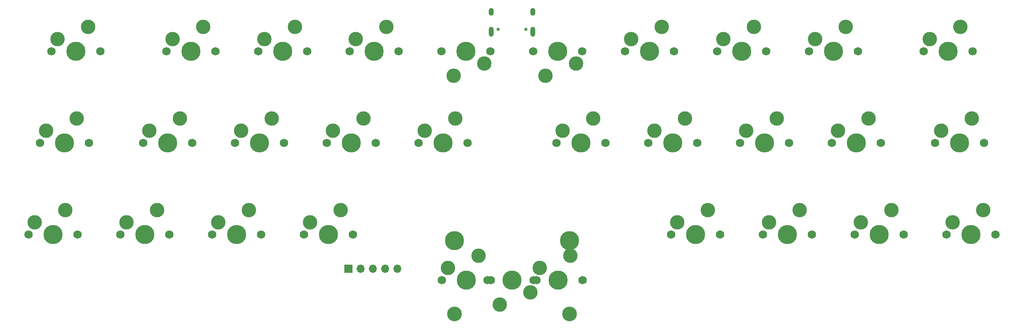
<source format=gts>
%TF.GenerationSoftware,KiCad,Pcbnew,7.0.6*%
%TF.CreationDate,2023-07-12T00:22:12-04:00*%
%TF.ProjectId,littolRP2040,6c697474-6f6c-4525-9032-3034302e6b69,rev?*%
%TF.SameCoordinates,Original*%
%TF.FileFunction,Soldermask,Top*%
%TF.FilePolarity,Negative*%
%FSLAX46Y46*%
G04 Gerber Fmt 4.6, Leading zero omitted, Abs format (unit mm)*
G04 Created by KiCad (PCBNEW 7.0.6) date 2023-07-12 00:22:12*
%MOMM*%
%LPD*%
G01*
G04 APERTURE LIST*
%ADD10C,3.048000*%
%ADD11C,3.987800*%
%ADD12C,1.750000*%
%ADD13C,3.000000*%
%ADD14R,1.700000X1.700000*%
%ADD15O,1.700000X1.700000*%
%ADD16C,0.650000*%
%ADD17O,1.000000X1.600000*%
%ADD18O,1.000000X2.100000*%
G04 APERTURE END LIST*
D10*
%TO.C,MX19*%
X164338384Y-129619684D03*
D11*
X164338384Y-114379684D03*
D12*
X157480384Y-122634684D03*
D13*
X156210384Y-125174684D03*
D11*
X152400384Y-122634684D03*
D13*
X149860384Y-127714684D03*
D12*
X147320384Y-122634684D03*
D10*
X140462384Y-129619684D03*
D11*
X140462384Y-114379684D03*
%TD*%
D12*
%TO.C,MX18*%
X156845408Y-122634684D03*
D13*
X158115408Y-120094684D03*
D11*
X161925408Y-122634684D03*
D13*
X164465408Y-117554684D03*
D12*
X167005408Y-122634684D03*
%TD*%
D14*
%TO.C,J2*%
X118427824Y-120253428D03*
D15*
X120967824Y-120253428D03*
X123507824Y-120253428D03*
X126047824Y-120253428D03*
X128587824Y-120253428D03*
%TD*%
D12*
%TO.C,MX24*%
X199727847Y-94059612D03*
D13*
X200997847Y-91519612D03*
D11*
X204807847Y-94059612D03*
D13*
X207347847Y-88979612D03*
D12*
X209887847Y-94059612D03*
%TD*%
%TO.C,MX25*%
X204490359Y-113109660D03*
D13*
X205760359Y-110569660D03*
D11*
X209570359Y-113109660D03*
D13*
X212110359Y-108029660D03*
D12*
X214650359Y-113109660D03*
%TD*%
%TO.C,MX1*%
X56812825Y-75009564D03*
D13*
X58082825Y-72469564D03*
D11*
X61892825Y-75009564D03*
D13*
X64432825Y-69929564D03*
D12*
X66972825Y-75009564D03*
%TD*%
%TO.C,MX17*%
X161588089Y-94059612D03*
D13*
X162858089Y-91519612D03*
D11*
X166668089Y-94059612D03*
D13*
X169208089Y-88979612D03*
D12*
X171748089Y-94059612D03*
%TD*%
%TO.C,MX27*%
X218777895Y-94059612D03*
D13*
X220047895Y-91519612D03*
D11*
X223857895Y-94059612D03*
D13*
X226397895Y-88979612D03*
D12*
X228937895Y-94059612D03*
%TD*%
%TO.C,MX2*%
X54471231Y-94059612D03*
D13*
X55741231Y-91519612D03*
D11*
X59551231Y-94059612D03*
D13*
X62091231Y-88979612D03*
D12*
X64631231Y-94059612D03*
%TD*%
%TO.C,MX5*%
X75862873Y-94059612D03*
D13*
X77132873Y-91519612D03*
D11*
X80942873Y-94059612D03*
D13*
X83482873Y-88979612D03*
D12*
X86022873Y-94059612D03*
%TD*%
%TO.C,MX22*%
X185440311Y-113109660D03*
D13*
X186710311Y-110569660D03*
D11*
X190520311Y-113109660D03*
D13*
X193060311Y-108029660D03*
D12*
X195600311Y-113109660D03*
%TD*%
%TO.C,MX3*%
X52070144Y-113109660D03*
D13*
X53340144Y-110569660D03*
D11*
X57150144Y-113109660D03*
D13*
X59690144Y-108029660D03*
D12*
X62230144Y-113109660D03*
%TD*%
%TO.C,MX11*%
X113982800Y-94059612D03*
D13*
X115252800Y-91519612D03*
D11*
X119062800Y-94059612D03*
D13*
X121602800Y-88979612D03*
D12*
X124142800Y-94059612D03*
%TD*%
%TO.C,MX14*%
X133013017Y-94059612D03*
D13*
X134283017Y-91519612D03*
D11*
X138093017Y-94059612D03*
D13*
X140633017Y-88979612D03*
D12*
X143173017Y-94059612D03*
%TD*%
%TO.C,MX8*%
X94912921Y-94059612D03*
D13*
X96182921Y-91519612D03*
D11*
X99992921Y-94059612D03*
D13*
X102532921Y-88979612D03*
D12*
X105072921Y-94059612D03*
%TD*%
%TO.C,MX10*%
X118725481Y-75009564D03*
D13*
X119995481Y-72469564D03*
D11*
X123805481Y-75009564D03*
D13*
X126345481Y-69929564D03*
D12*
X128885481Y-75009564D03*
%TD*%
%TO.C,MX7*%
X99715095Y-75009564D03*
D13*
X100985095Y-72469564D03*
D11*
X104795095Y-75009564D03*
D13*
X107335095Y-69929564D03*
D12*
X109875095Y-75009564D03*
%TD*%
%TO.C,MX15*%
X137795360Y-122634684D03*
D13*
X139065360Y-120094684D03*
D11*
X142875360Y-122634684D03*
D13*
X145415360Y-117554684D03*
D12*
X147955360Y-122634684D03*
%TD*%
%TO.C,MX9*%
X90190071Y-113109660D03*
D13*
X91460071Y-110569660D03*
D11*
X95270071Y-113109660D03*
D13*
X97810071Y-108029660D03*
D12*
X100350071Y-113109660D03*
%TD*%
%TO.C,MX29*%
X237808112Y-75009564D03*
D13*
X239078112Y-72469564D03*
D11*
X242888112Y-75009564D03*
D13*
X245428112Y-69929564D03*
D12*
X247968112Y-75009564D03*
%TD*%
%TO.C,MX12*%
X109200457Y-113109660D03*
D13*
X110470457Y-110569660D03*
D11*
X114280457Y-113109660D03*
D13*
X116820457Y-108029660D03*
D12*
X119360457Y-113109660D03*
%TD*%
%TO.C,MX21*%
X180638137Y-94059612D03*
D13*
X181908137Y-91519612D03*
D11*
X185718137Y-94059612D03*
D13*
X188258137Y-88979612D03*
D12*
X190798137Y-94059612D03*
%TD*%
%TO.C,MX6*%
X71140023Y-113109660D03*
D13*
X72410023Y-110569660D03*
D11*
X76220023Y-113109660D03*
D13*
X78760023Y-108029660D03*
D12*
X81300023Y-113109660D03*
%TD*%
%TO.C,MX30*%
X240169537Y-94059612D03*
D13*
X241439537Y-91519612D03*
D11*
X245249537Y-94059612D03*
D13*
X247789537Y-88979612D03*
D12*
X250329537Y-94059612D03*
%TD*%
%TO.C,MX13*%
X147935529Y-75009564D03*
D13*
X146665529Y-77549564D03*
D11*
X142855529Y-75009564D03*
D13*
X140315529Y-80089564D03*
D12*
X137775529Y-75009564D03*
%TD*%
%TO.C,MX16*%
X166985577Y-75009564D03*
D13*
X165715577Y-77549564D03*
D11*
X161905577Y-75009564D03*
D13*
X159365577Y-80089564D03*
D12*
X156825577Y-75009564D03*
%TD*%
%TO.C,MX28*%
X223520576Y-113109660D03*
D13*
X224790576Y-110569660D03*
D11*
X228600576Y-113109660D03*
D13*
X231140576Y-108029660D03*
D12*
X233680576Y-113109660D03*
%TD*%
%TO.C,MX26*%
X213995552Y-75009564D03*
D13*
X215265552Y-72469564D03*
D11*
X219075552Y-75009564D03*
D13*
X221615552Y-69929564D03*
D12*
X224155552Y-75009564D03*
%TD*%
%TO.C,MX31*%
X242550793Y-113109660D03*
D13*
X243820793Y-110569660D03*
D11*
X247630793Y-113109660D03*
D13*
X250170793Y-108029660D03*
D12*
X252710793Y-113109660D03*
%TD*%
%TO.C,MX20*%
X175875625Y-75009564D03*
D13*
X177145625Y-72469564D03*
D11*
X180955625Y-75009564D03*
D13*
X183495625Y-69929564D03*
D12*
X186035625Y-75009564D03*
%TD*%
%TO.C,MX4*%
X80665047Y-75009564D03*
D13*
X81935047Y-72469564D03*
D11*
X85745047Y-75009564D03*
D13*
X88285047Y-69929564D03*
D12*
X90825047Y-75009564D03*
%TD*%
%TO.C,MX23*%
X194945504Y-75009564D03*
D13*
X196215504Y-72469564D03*
D11*
X200025504Y-75009564D03*
D13*
X202565504Y-69929564D03*
D12*
X205105504Y-75009564D03*
%TD*%
D16*
%TO.C,J1*%
X149510384Y-70465796D03*
X155290384Y-70465796D03*
D17*
X148080384Y-66815796D03*
D18*
X148080384Y-70995796D03*
D17*
X156720384Y-66815796D03*
D18*
X156720384Y-70995796D03*
%TD*%
M02*

</source>
